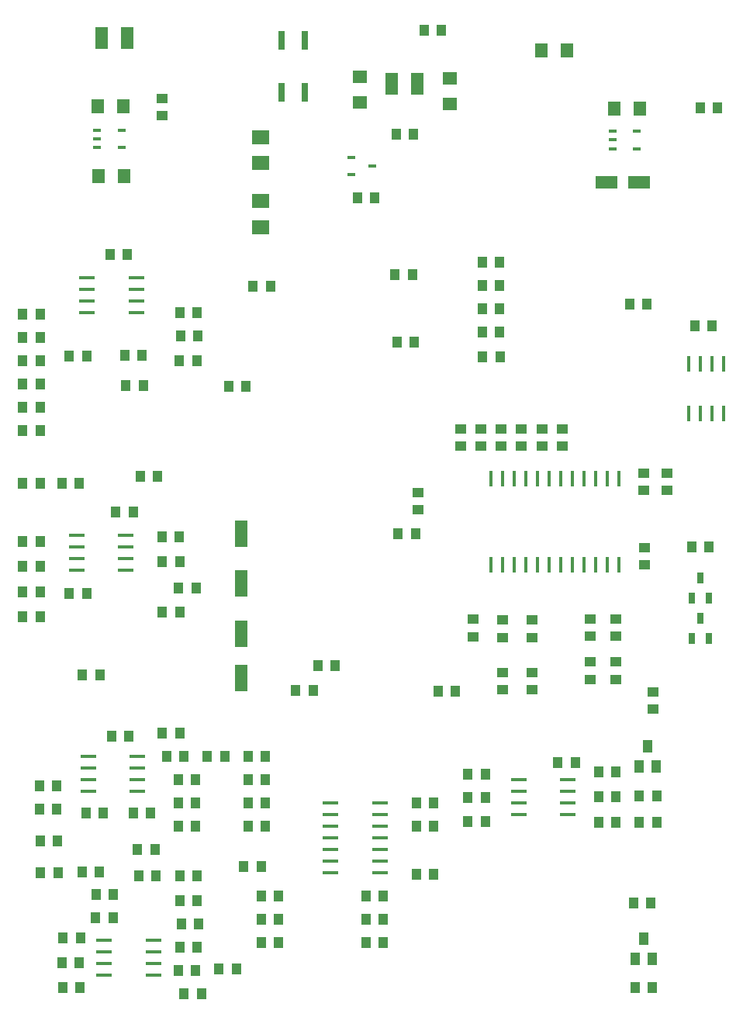
<source format=gtp>
G04 DipTrace 3.3.0.0*
G04 DoT_DIY1.GTP*
%MOIN*%
G04 #@! TF.FileFunction,Paste,Top*
G04 #@! TF.Part,Single*
%AMOUTLINE1*
4,1,4,
0.019685,0.027559,
-0.019685,0.027559,
-0.019685,-0.027559,
0.019685,-0.027559,
0.019685,0.027559,
0*%
%AMOUTLINE2*
4,1,4,
0.035492,-0.031496,
0.035492,0.031496,
-0.035492,0.031496,
-0.035492,-0.031496,
0.035492,-0.031496,
0*%
%ADD94R,0.003811X0.047118*%
%ADD96R,0.07074X0.015622*%
%ADD98R,0.033339X0.017591*%
%ADD107R,0.035307X0.015622*%
%ADD109R,0.015622X0.07074*%
%ADD115R,0.054992X0.098299*%
%ADD127R,0.03137X0.047118*%
%ADD129R,0.03137X0.078614*%
%ADD131R,0.054992X0.116016*%
%ADD133R,0.056961X0.116016*%
%ADD135R,0.054992X0.062866*%
%ADD137R,0.062866X0.054992*%
%ADD139R,0.092394X0.054992*%
%ADD143R,0.051055X0.043181*%
%ADD145R,0.043181X0.051055*%
%ADD151OUTLINE1*%
%ADD152OUTLINE2*%
%FSLAX26Y26*%
G04*
G70*
G90*
G75*
G01*
G04 TopPaste*
%LPD*%
D145*
X2173570Y4142912D3*
X2098767D3*
X943900Y3625136D3*
X869097D3*
X1175257Y750249D3*
X1250060D3*
X665278Y476173D3*
X740081D3*
X768900Y3188962D3*
X694097D3*
X1454333Y3058589D3*
X1379530D3*
X968900Y2519000D3*
X894097D3*
D143*
X3167648Y2292997D3*
Y2367801D3*
D145*
X768900Y2169000D3*
X694097D3*
X951200Y1556390D3*
X876397D3*
X2868900Y1444000D3*
X2794097D3*
X2969105Y1402837D3*
X3043908D3*
X840157Y1227680D3*
X765354D3*
X1536750Y1169000D3*
X1461947D3*
D143*
X2192191Y2528657D3*
Y2603461D3*
D145*
X2182307Y2427117D3*
X2107504D3*
X2168669Y3539845D3*
X2093866D3*
X2177363Y3248555D3*
X2102560D3*
X2279727Y1749832D3*
X2354530D3*
X2294765Y4588963D3*
X2219962D3*
D139*
X3004242Y3937675D3*
X3142038D3*
D143*
X1091791Y4296427D3*
Y4221623D3*
D137*
X1941534Y4389094D3*
Y4278858D3*
X2330591Y4381925D3*
Y4271689D3*
D135*
X817191Y4262409D3*
X927427D3*
X3147381Y4254045D3*
X3037145D3*
D145*
X3406506Y4256500D3*
X3481309D3*
D135*
X929715Y3963589D3*
X819479D3*
D145*
X494105Y3369000D3*
X568908D3*
X1169105Y3375249D3*
X1243908D3*
X3176783Y3414299D3*
X3101980D3*
X494105Y3069000D3*
X568908D3*
X1012649Y3062749D3*
X937846D3*
D133*
X1431502Y2425299D3*
Y2212701D3*
D145*
X568900Y2644000D3*
X494097D3*
X1166623Y2413192D3*
X1091820D3*
D131*
X1431502Y1998059D3*
Y1805146D3*
D145*
X568900Y2177773D3*
X494097D3*
X1163842Y2194000D3*
X1238645D3*
X1186750Y1469000D3*
X1111947D3*
X566271Y1344000D3*
X641074D3*
X1236750Y1269000D3*
X1161947D3*
X1043900Y1225249D3*
X969097D3*
X1243998Y850249D3*
X1169195D3*
X737838Y582335D3*
X663035D3*
X1237748Y550249D3*
X1162944D3*
X881498Y775558D3*
X806695D3*
D129*
X1606294Y4322841D3*
X1706294D3*
Y4547644D3*
X1606294D3*
D127*
X3406502Y2237307D3*
X3443904Y2150693D3*
X3369101D3*
X3406502Y2062307D3*
X3443904Y1975693D3*
X3369101D3*
D115*
X941892Y4557073D3*
X831656D3*
X2078282Y4361114D3*
X2188518D3*
D143*
X2376135Y2801626D3*
Y2876429D3*
D109*
X3356502Y2944000D3*
X3406502D3*
X3456502D3*
X3506502D3*
Y3156598D3*
X3456502D3*
X3406502D3*
X3356502D3*
D151*
X3142245Y1425797D3*
X3179647Y1512411D3*
X3217048Y1425797D3*
X3125253Y601198D3*
X3162654Y687812D3*
X3200056Y601198D3*
D152*
X1515019Y4130333D3*
Y4018365D3*
D145*
X2006502Y3869000D3*
X1931699D3*
D152*
X1516291Y3855382D3*
Y3743413D3*
D145*
X2543904Y3594000D3*
X2469101D3*
X2543904Y3494000D3*
X2469101D3*
X1483980Y3490680D3*
X1558783D3*
X2469101Y3394000D3*
X2543904D3*
X3456305Y3319000D3*
X3381502D3*
X2469101Y3294000D3*
X2543904D3*
X494101Y3269000D3*
X568904D3*
X1246286Y3276310D3*
X1171483D3*
X2545507Y3186684D3*
X2470704D3*
X494101Y3169000D3*
X568904D3*
X1006404Y3194000D3*
X931601D3*
X1167459Y3169738D3*
X1242262D3*
X494101Y2969000D3*
X568904D3*
Y2869000D3*
X494101D3*
D143*
X3164011Y2613479D3*
Y2688282D3*
X3264011Y2613479D3*
Y2688282D3*
D145*
X737367Y2643117D3*
X662564D3*
X568904Y2394000D3*
X494101D3*
X3369101Y2369000D3*
X3443904D3*
X568904Y2285886D3*
X494101D3*
X1094101Y2307740D3*
X1168904D3*
X494101Y2069659D3*
X568904D3*
X1094101Y2088458D3*
X1168904D3*
D143*
X2556502Y2056402D3*
Y1981598D3*
X2681502Y2056402D3*
Y1981598D3*
X2931502Y1985720D3*
Y2060524D3*
X3044311Y1985720D3*
Y2060524D3*
D145*
X1073368Y2673367D3*
X998565D3*
D143*
X2556502Y1831402D3*
Y1756598D3*
X2681502Y1831402D3*
Y1756598D3*
X2931502Y1800854D3*
Y1875657D3*
X3044311Y1800854D3*
Y1875657D3*
D145*
X750710Y1819449D3*
X825513D3*
D143*
X3202908Y1747420D3*
Y1672617D3*
X2430378Y1983509D3*
Y2058312D3*
D145*
X1168904Y1569000D3*
X1094101D3*
X1361754Y1469000D3*
X1286951D3*
X1536754D3*
X1461951D3*
X2481502Y1394000D3*
X2406699D3*
X1236754Y1369000D3*
X1161951D3*
X1461951D3*
X1536754D3*
X3143792Y1299740D3*
X3218595D3*
X2481502Y1294000D3*
X2406699D3*
X1536754Y1269000D3*
X1461951D3*
X2261047D3*
X2186244D3*
X641070Y1244000D3*
X566267D3*
X3043904Y1295063D3*
X2969101D3*
X2481502Y1188361D3*
X2406699D3*
X3218851Y1186071D3*
X3144048D3*
X1236754Y1169000D3*
X1161951D3*
X2186244D3*
X2261047D3*
X2969101Y1187289D3*
X3043904D3*
X643497Y1107793D3*
X568694D3*
X2260153Y964415D3*
X2185350D3*
X570206Y969000D3*
X645009D3*
X1519101Y869000D3*
X1593904D3*
X2043904D3*
X1969101D3*
X1593904Y769000D3*
X1519101D3*
X1969101D3*
X2043904D3*
X1519101Y669000D3*
X1593904D3*
X2043904D3*
X1969101D3*
X1412653Y556500D3*
X1337850D3*
X1262653Y450249D3*
X1187850D3*
X3125253Y476198D3*
X3200056D3*
X3194708Y840262D3*
X3119905D3*
X987691Y1068793D3*
X1062494D3*
X1244002Y956500D3*
X1169199D3*
X1519006Y996050D3*
X1444203D3*
X1244002Y650249D3*
X1169199D3*
X883040Y876619D3*
X808237D3*
X1066927Y956500D3*
X992124D3*
X823864Y973478D3*
X749061D3*
X741480Y689322D3*
X666677D3*
D107*
X814042Y4161152D3*
Y4123751D3*
Y4086349D3*
X920341D3*
Y4161152D3*
X3028353Y4156402D3*
Y4119000D3*
Y4081598D3*
X3134652D3*
Y4156402D3*
D98*
X1906502Y4044000D3*
Y3969197D3*
X1997053Y4006598D3*
D96*
X769110Y3525136D3*
Y3475136D3*
Y3425136D3*
Y3375136D3*
X981708D3*
Y3425136D3*
Y3475136D3*
Y3525136D3*
D94*
X1400477Y2770301D3*
X1420162D3*
X1439847D3*
X1459532D3*
X1479217D3*
Y2943529D3*
X1459532D3*
X1439847D3*
X1420162D3*
X1400477D3*
D109*
X3056502Y2663436D3*
X3006502D3*
X2956502D3*
X2906502D3*
X2856502D3*
X2806502D3*
X2756502D3*
X2706502D3*
X2656502D3*
X2606502D3*
X2556502D3*
X2506502D3*
Y2293357D3*
X2556502D3*
X2606502D3*
X2656502D3*
X2706502D3*
X2756502D3*
X2806502D3*
X2856502D3*
X2906502D3*
X2956502D3*
X3006502D3*
X3056502D3*
D96*
X725203Y2419000D3*
Y2369000D3*
Y2319000D3*
Y2269000D3*
X937801D3*
Y2319000D3*
Y2369000D3*
Y2419000D3*
X775203Y1469000D3*
Y1419000D3*
Y1369000D3*
Y1319000D3*
X987801D3*
Y1369000D3*
Y1419000D3*
Y1469000D3*
X2625203Y1369000D3*
Y1319000D3*
Y1269000D3*
Y1219000D3*
X2837801D3*
Y1269000D3*
Y1319000D3*
Y1369000D3*
X1817346Y1270484D3*
Y1220484D3*
Y1170484D3*
Y1120484D3*
Y1070484D3*
Y1020484D3*
Y970484D3*
X2029944D3*
Y1020484D3*
Y1070484D3*
Y1120484D3*
Y1170484D3*
Y1220484D3*
Y1270484D3*
X844002Y681500D3*
Y631500D3*
Y581500D3*
Y531500D3*
X1056601D3*
Y581500D3*
Y631500D3*
Y681500D3*
D145*
X1666771Y1752440D3*
X1741574D3*
X1761759Y1859194D3*
X1836563D3*
D135*
X2723291Y4503734D3*
X2833527D3*
D143*
X2463349Y2801626D3*
Y2876429D3*
X2550564Y2801626D3*
Y2876429D3*
X2637778Y2801626D3*
Y2876429D3*
X2724993Y2801626D3*
Y2876429D3*
X2812207Y2801626D3*
Y2876429D3*
M02*

</source>
